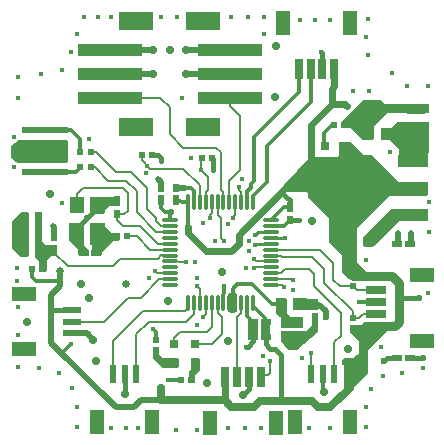
<source format=gtl>
G04 Layer: TopLayer*
G04 EasyEDA v6.5.40, 2024-02-08 20:30:12*
G04 8a8f0ff451d84adea016c743fcc8db9f,2e16165ee3bb4678bfb3015e44e098b9,10*
G04 Gerber Generator version 0.2*
G04 Scale: 100 percent, Rotated: No, Reflected: No *
G04 Dimensions in millimeters *
G04 leading zeros omitted , absolute positions ,4 integer and 5 decimal *
%FSLAX45Y45*%
%MOMM*%

%AMMACRO1*21,1,$1,$2,0,0,$3*%
%ADD10C,0.3500*%
%ADD11C,0.2000*%
%ADD12C,0.3000*%
%ADD13C,0.7000*%
%ADD14C,0.7500*%
%ADD15C,0.6000*%
%ADD16C,0.4000*%
%ADD17C,0.8000*%
%ADD18C,0.5000*%
%ADD19C,0.2500*%
%ADD20C,0.4500*%
%ADD21C,1.5000*%
%ADD22R,5.5000X1.0000*%
%ADD23R,3.0000X1.6000*%
%ADD24R,0.7000X1.8000*%
%ADD25R,1.2000X2.0000*%
%ADD26MACRO1,0.54X0.7901X90.0000*%
%ADD27MACRO1,0.54X0.7901X0.0000*%
%ADD28R,0.5400X0.7901*%
%ADD29R,0.8000X0.8640*%
%ADD30R,0.8000X0.8000*%
%ADD31MACRO1,0.54X0.5656X90.0000*%
%ADD32R,0.6000X0.9000*%
%ADD33R,0.9000X0.6000*%
%ADD34R,1.2000X1.4000*%
%ADD35R,0.8000X0.9000*%
%ADD36MACRO1,0.54X0.7901X-90.0000*%
%ADD37R,1.8000X0.7000*%
%ADD38R,2.0000X1.2000*%
%ADD39R,1.6000X0.6000*%
%ADD40R,0.6000X1.6000*%
%ADD41MACRO1,0.54X0.5656X0.0000*%
%ADD42R,0.5400X0.5657*%
%ADD43MACRO1,0.54X0.5656X-90.0000*%
%ADD44R,2.5000X1.1000*%
%ADD45MACRO1,3.6X2.34X-90.0000*%
%ADD46O,2.1999956000000003X0.7999984*%
%ADD47O,1.499997X0.27000199999999996*%
%ADD48O,0.27000199999999996X1.499997*%
%ADD49C,0.4500*%
%ADD50C,0.5500*%
%ADD51C,0.7000*%
%ADD52C,0.6500*%
%ADD53C,0.0128*%

%LPD*%
G36*
X3014116Y2514600D02*
G01*
X3010204Y2515362D01*
X3006902Y2517597D01*
X2909011Y2615488D01*
X2907284Y2616200D01*
X2829560Y2616200D01*
X2825648Y2616962D01*
X2822397Y2619197D01*
X2820162Y2622448D01*
X2819400Y2626360D01*
X2819400Y2662783D01*
X2820162Y2666695D01*
X2822397Y2669997D01*
X3006902Y2854502D01*
X3010204Y2856738D01*
X3014116Y2857500D01*
X3158083Y2857500D01*
X3161995Y2856738D01*
X3165297Y2854502D01*
X3199688Y2820111D01*
X3201416Y2819400D01*
X3558540Y2819400D01*
X3562451Y2818638D01*
X3565702Y2816402D01*
X3567937Y2813151D01*
X3568700Y2809240D01*
X3568700Y2753360D01*
X3567937Y2749448D01*
X3565702Y2746197D01*
X3562451Y2743962D01*
X3558540Y2743200D01*
X3214116Y2743200D01*
X3212388Y2742488D01*
X3099511Y2629611D01*
X3098800Y2627884D01*
X3098800Y2524760D01*
X3098038Y2520848D01*
X3095802Y2517597D01*
X3092551Y2515362D01*
X3088640Y2514600D01*
G37*

%LPD*%
G36*
X80416Y2324100D02*
G01*
X76504Y2324862D01*
X73202Y2327097D01*
X28905Y2371394D01*
X26670Y2374696D01*
X25908Y2378608D01*
X25908Y2458720D01*
X26466Y2461971D01*
X27990Y2464866D01*
X30429Y2467152D01*
X99060Y2512872D01*
X101752Y2514142D01*
X104698Y2514600D01*
X497840Y2514600D01*
X501751Y2513838D01*
X505002Y2511602D01*
X507238Y2508351D01*
X508000Y2504440D01*
X508000Y2334260D01*
X507238Y2330348D01*
X505002Y2327097D01*
X501751Y2324862D01*
X497840Y2324100D01*
G37*

%LPD*%
G36*
X3324860Y2286000D02*
G01*
X3320948Y2286762D01*
X3317697Y2288997D01*
X3315462Y2292248D01*
X3314700Y2296160D01*
X3314700Y2437384D01*
X3313988Y2439111D01*
X3239211Y2513888D01*
X3237484Y2514600D01*
X3172460Y2514600D01*
X3168548Y2515362D01*
X3165297Y2517597D01*
X3163062Y2520848D01*
X3162300Y2524760D01*
X3162300Y2606040D01*
X3163062Y2609951D01*
X3165297Y2613202D01*
X3168548Y2615438D01*
X3172460Y2616200D01*
X3250184Y2616200D01*
X3251911Y2616911D01*
X3299002Y2664002D01*
X3302304Y2666238D01*
X3306216Y2667000D01*
X3558540Y2667000D01*
X3562451Y2666238D01*
X3565702Y2664002D01*
X3567937Y2660751D01*
X3568700Y2656840D01*
X3568700Y2417216D01*
X3567937Y2413304D01*
X3565702Y2410002D01*
X3556711Y2401011D01*
X3556000Y2399284D01*
X3556000Y2296160D01*
X3555237Y2292248D01*
X3553002Y2288997D01*
X3549751Y2286762D01*
X3545840Y2286000D01*
G37*

%LPD*%
G36*
X708660Y1892300D02*
G01*
X704748Y1893062D01*
X701497Y1895297D01*
X699262Y1898548D01*
X698500Y1902460D01*
X698500Y2021839D01*
X699262Y2025751D01*
X701497Y2029002D01*
X704748Y2031238D01*
X708660Y2032000D01*
X942340Y2032000D01*
X946251Y2031238D01*
X949502Y2029002D01*
X951737Y2025751D01*
X952500Y2021839D01*
X952500Y1965960D01*
X951737Y1962048D01*
X949502Y1958797D01*
X946251Y1956562D01*
X942340Y1955800D01*
X864616Y1955800D01*
X862888Y1955088D01*
X826211Y1918411D01*
X825500Y1916684D01*
X825500Y1902460D01*
X824737Y1898548D01*
X822502Y1895297D01*
X819251Y1893062D01*
X815340Y1892300D01*
G37*

%LPD*%
G36*
X3020060Y1612900D02*
G01*
X3016148Y1613662D01*
X3012897Y1615897D01*
X3010662Y1619148D01*
X3009900Y1623060D01*
X3009900Y1684883D01*
X3010662Y1688795D01*
X3012897Y1692097D01*
X3248202Y1927402D01*
X3251504Y1929638D01*
X3255416Y1930400D01*
X3545840Y1930400D01*
X3549751Y1929638D01*
X3553002Y1927402D01*
X3555237Y1924151D01*
X3556000Y1920239D01*
X3556000Y1838960D01*
X3555237Y1835048D01*
X3553002Y1831797D01*
X3549751Y1829562D01*
X3545840Y1828800D01*
X3315715Y1828800D01*
X3313988Y1828088D01*
X3101797Y1615897D01*
X3098495Y1613662D01*
X3094583Y1612900D01*
G37*

%LPD*%
G36*
X721360Y1536700D02*
G01*
X717448Y1537462D01*
X714197Y1539697D01*
X711962Y1542948D01*
X711200Y1546860D01*
X711200Y1624584D01*
X710488Y1626311D01*
X701497Y1635302D01*
X699262Y1638604D01*
X698500Y1642516D01*
X698500Y1801774D01*
X699008Y1804924D01*
X700430Y1807768D01*
X702716Y1810004D01*
X708456Y1814169D01*
X711250Y1815592D01*
X714400Y1816100D01*
X815340Y1816100D01*
X819251Y1815338D01*
X822502Y1813102D01*
X824737Y1809851D01*
X825500Y1805939D01*
X825500Y1791716D01*
X826211Y1789988D01*
X888288Y1727911D01*
X890016Y1727200D01*
X942340Y1727200D01*
X946251Y1726438D01*
X949502Y1724202D01*
X951737Y1720951D01*
X952500Y1717039D01*
X952500Y1673860D01*
X951737Y1669948D01*
X949502Y1666697D01*
X946251Y1664462D01*
X942340Y1663700D01*
X902716Y1663700D01*
X900988Y1662988D01*
X800811Y1562811D01*
X800100Y1561084D01*
X800100Y1546860D01*
X799338Y1542948D01*
X797102Y1539697D01*
X793851Y1537462D01*
X789940Y1536700D01*
G37*

%LPD*%
G36*
X607060Y1536700D02*
G01*
X603148Y1537462D01*
X599897Y1539697D01*
X597662Y1542948D01*
X596900Y1546860D01*
X596900Y1586484D01*
X596188Y1588211D01*
X523697Y1660702D01*
X521462Y1664004D01*
X520700Y1667916D01*
X520700Y1805939D01*
X521462Y1809851D01*
X523697Y1813102D01*
X526948Y1815338D01*
X530860Y1816100D01*
X637540Y1816100D01*
X641451Y1815338D01*
X644702Y1813102D01*
X646938Y1809851D01*
X647700Y1805939D01*
X647700Y1626616D01*
X648411Y1624888D01*
X682294Y1591005D01*
X684530Y1587703D01*
X685292Y1583791D01*
X685292Y1546860D01*
X684530Y1542948D01*
X682294Y1539697D01*
X679043Y1537462D01*
X675132Y1536700D01*
G37*

%LPD*%
G36*
X118516Y1524000D02*
G01*
X114604Y1524762D01*
X111302Y1526997D01*
X41097Y1597202D01*
X38862Y1600504D01*
X38100Y1604416D01*
X38100Y1812340D01*
X38709Y1815846D01*
X40538Y1818944D01*
X111252Y1901443D01*
X114706Y1904085D01*
X118973Y1905000D01*
X167640Y1905000D01*
X171551Y1904238D01*
X174802Y1902002D01*
X177038Y1898751D01*
X177800Y1894839D01*
X177800Y1534160D01*
X177038Y1530248D01*
X174802Y1526997D01*
X171551Y1524762D01*
X167640Y1524000D01*
G37*

%LPD*%
G36*
X276860Y1397000D02*
G01*
X272948Y1397762D01*
X269697Y1399997D01*
X267462Y1403248D01*
X266700Y1407160D01*
X266700Y1484884D01*
X265988Y1486611D01*
X231597Y1521002D01*
X229362Y1524304D01*
X228600Y1528216D01*
X228600Y1894839D01*
X229362Y1898751D01*
X231597Y1902002D01*
X234848Y1904238D01*
X238760Y1905000D01*
X281940Y1905000D01*
X285851Y1904238D01*
X289102Y1902002D01*
X291338Y1898751D01*
X292100Y1894839D01*
X292100Y1652016D01*
X292506Y1650695D01*
X329387Y1626158D01*
X330708Y1625600D01*
X408940Y1625600D01*
X412851Y1624838D01*
X416102Y1622602D01*
X418338Y1619351D01*
X419100Y1615440D01*
X419100Y1546860D01*
X418338Y1542948D01*
X416102Y1539697D01*
X412851Y1537462D01*
X408940Y1536700D01*
X369316Y1536700D01*
X367588Y1535988D01*
X330911Y1499311D01*
X330200Y1497584D01*
X330200Y1407160D01*
X329438Y1403248D01*
X327202Y1399997D01*
X323951Y1397762D01*
X320040Y1397000D01*
G37*

%LPD*%
G36*
X2899816Y1333500D02*
G01*
X2895904Y1334262D01*
X2892602Y1336497D01*
X2835097Y1394002D01*
X2832862Y1397304D01*
X2832100Y1401216D01*
X2832100Y1535684D01*
X2831388Y1537411D01*
X2720797Y1648002D01*
X2718562Y1651304D01*
X2717800Y1655216D01*
X2717800Y1853184D01*
X2717088Y1854911D01*
X2542997Y2029002D01*
X2540762Y2032304D01*
X2540000Y2036216D01*
X2540000Y2120900D01*
X2347772Y2120900D01*
X2343912Y2121662D01*
X2340660Y2123795D01*
X2338425Y2127046D01*
X2337612Y2130907D01*
X2338273Y2134768D01*
X2340406Y2138070D01*
X2562402Y2371750D01*
X2565755Y2374087D01*
X2569768Y2374900D01*
X2782163Y2374900D01*
X2786075Y2374138D01*
X2789377Y2371902D01*
X2790037Y2370937D01*
X2805988Y2386888D01*
X2806700Y2388616D01*
X2806700Y2491740D01*
X2807462Y2495651D01*
X2809697Y2498902D01*
X2812948Y2501138D01*
X2816860Y2501900D01*
X2904083Y2501900D01*
X2907995Y2501138D01*
X2911297Y2498902D01*
X3021888Y2388311D01*
X3023616Y2387600D01*
X3081883Y2387600D01*
X3085795Y2386838D01*
X3089097Y2384602D01*
X3313988Y2159711D01*
X3315715Y2159000D01*
X3545840Y2159000D01*
X3549751Y2158238D01*
X3553002Y2156002D01*
X3555237Y2152751D01*
X3556000Y2148840D01*
X3556000Y2054860D01*
X3555237Y2050948D01*
X3553002Y2047697D01*
X3549751Y2045462D01*
X3545840Y2044700D01*
X3239516Y2044700D01*
X3237788Y2043988D01*
X2959811Y1766011D01*
X2959100Y1764284D01*
X2959100Y1486916D01*
X2959709Y1485239D01*
X3083204Y1350518D01*
X3085236Y1347216D01*
X3085846Y1343355D01*
X3084982Y1339545D01*
X3082798Y1336395D01*
X3079546Y1334262D01*
X3075686Y1333500D01*
G37*

%LPD*%
G36*
X2423160Y1079500D02*
G01*
X2419248Y1080262D01*
X2415997Y1082497D01*
X2413762Y1085748D01*
X2413000Y1089660D01*
X2413000Y1170940D01*
X2413762Y1174851D01*
X2415997Y1178102D01*
X2419248Y1180338D01*
X2423160Y1181100D01*
X2524912Y1181100D01*
X2529433Y1180033D01*
X2551633Y1168908D01*
X2553868Y1168400D01*
X2618740Y1168400D01*
X2622651Y1167638D01*
X2625902Y1165402D01*
X2628138Y1162151D01*
X2628900Y1158240D01*
X2628900Y1089660D01*
X2628138Y1085748D01*
X2625902Y1082497D01*
X2622651Y1080262D01*
X2618740Y1079500D01*
G37*

%LPD*%
G36*
X1883816Y1054100D02*
G01*
X1879904Y1054862D01*
X1876602Y1057097D01*
X1870252Y1063447D01*
X1867916Y1067206D01*
X1867357Y1071626D01*
X1867814Y1076096D01*
X1867814Y1125728D01*
X1869186Y1137513D01*
X1869439Y1204874D01*
X1870202Y1208735D01*
X1872437Y1212037D01*
X1876602Y1216202D01*
X1879904Y1218438D01*
X1883816Y1219200D01*
X1926183Y1219200D01*
X1930095Y1218438D01*
X1933397Y1216202D01*
X1936699Y1212900D01*
X1939086Y1209141D01*
X1939645Y1204722D01*
X1938985Y1198118D01*
X1938985Y1076096D01*
X1939747Y1068679D01*
X1939188Y1064260D01*
X1936800Y1060500D01*
X1933397Y1057097D01*
X1930095Y1054862D01*
X1926183Y1054100D01*
G37*

%LPD*%
G36*
X2321560Y927100D02*
G01*
X2317648Y927862D01*
X2314397Y930097D01*
X2312162Y933348D01*
X2311400Y937260D01*
X2311400Y1014984D01*
X2310688Y1016711D01*
X2276297Y1051102D01*
X2274062Y1054404D01*
X2273300Y1058316D01*
X2273300Y1170940D01*
X2274062Y1174851D01*
X2276297Y1178102D01*
X2279548Y1180338D01*
X2283460Y1181100D01*
X2352040Y1181100D01*
X2355951Y1180338D01*
X2359202Y1178102D01*
X2361438Y1174851D01*
X2362200Y1170940D01*
X2362200Y1055116D01*
X2362911Y1053388D01*
X2399588Y1016711D01*
X2401316Y1016000D01*
X2491740Y1016000D01*
X2495651Y1015237D01*
X2498902Y1013002D01*
X2501138Y1009751D01*
X2501900Y1005840D01*
X2501900Y937260D01*
X2501138Y933348D01*
X2498902Y930097D01*
X2495651Y927862D01*
X2491740Y927100D01*
G37*

%LPD*%
G36*
X2156460Y825500D02*
G01*
X2152548Y826262D01*
X2149297Y828497D01*
X2147062Y831748D01*
X2146300Y835660D01*
X2146300Y993140D01*
X2147062Y997051D01*
X2149297Y1000302D01*
X2152548Y1002537D01*
X2156460Y1003300D01*
X2212340Y1003300D01*
X2216251Y1002537D01*
X2219502Y1000302D01*
X2221738Y997051D01*
X2222500Y993140D01*
X2222500Y835660D01*
X2221738Y831748D01*
X2219502Y828497D01*
X2216251Y826262D01*
X2212340Y825500D01*
G37*

%LPD*%
G36*
X2042160Y825500D02*
G01*
X2038248Y826262D01*
X2034997Y828497D01*
X2032762Y831748D01*
X2032000Y835660D01*
X2032000Y993140D01*
X2032762Y997051D01*
X2034997Y1000302D01*
X2038248Y1002537D01*
X2042160Y1003300D01*
X2110232Y1003300D01*
X2114143Y1002537D01*
X2117394Y1000302D01*
X2119630Y997051D01*
X2120392Y993140D01*
X2120392Y835660D01*
X2119630Y831748D01*
X2117394Y828497D01*
X2114143Y826262D01*
X2110232Y825500D01*
G37*

%LPD*%
G36*
X2379675Y736600D02*
G01*
X2375357Y737565D01*
X2371852Y740257D01*
X2313736Y809955D01*
X2312009Y813003D01*
X2311400Y816457D01*
X2311400Y891032D01*
X2312162Y894943D01*
X2314397Y898194D01*
X2317648Y900430D01*
X2321560Y901192D01*
X2501341Y901192D01*
X2506421Y901700D01*
X2526284Y901700D01*
X2527808Y902106D01*
X2576982Y938987D01*
X2578100Y940816D01*
X2578100Y1043432D01*
X2578862Y1047343D01*
X2581097Y1050594D01*
X2584348Y1052830D01*
X2588260Y1053592D01*
X2618740Y1053592D01*
X2622651Y1052830D01*
X2625902Y1050594D01*
X2628138Y1047343D01*
X2628900Y1043432D01*
X2628900Y893673D01*
X2627985Y889406D01*
X2625344Y885952D01*
X2453944Y739038D01*
X2450846Y737209D01*
X2447340Y736600D01*
G37*

%LPD*%
G36*
X3035858Y729742D02*
G01*
X3031642Y731113D01*
X3028442Y734212D01*
X2984144Y800455D01*
X2898597Y886002D01*
X2896362Y889304D01*
X2895600Y893216D01*
X2895600Y942340D01*
X2896362Y946251D01*
X2898597Y949502D01*
X2901848Y951737D01*
X2905760Y952500D01*
X2996184Y952500D01*
X2997911Y953211D01*
X3019602Y974902D01*
X3022904Y977137D01*
X3026816Y977900D01*
X3202940Y977900D01*
X3206851Y977137D01*
X3210102Y974902D01*
X3212338Y971651D01*
X3213100Y967740D01*
X3213100Y905916D01*
X3212338Y902004D01*
X3210102Y898702D01*
X3044088Y732688D01*
X3040278Y730300D01*
G37*

%LPD*%
G36*
X1325016Y584200D02*
G01*
X1321104Y584962D01*
X1317802Y587197D01*
X1234897Y670102D01*
X1232662Y673404D01*
X1231900Y677316D01*
X1231900Y751840D01*
X1232662Y755751D01*
X1234897Y759002D01*
X1238148Y761238D01*
X1242060Y762000D01*
X1272540Y762000D01*
X1276451Y761238D01*
X1279702Y759002D01*
X1281938Y755751D01*
X1282700Y751840D01*
X1282700Y699516D01*
X1283411Y697788D01*
X1307388Y673811D01*
X1309116Y673100D01*
X1437640Y673100D01*
X1441551Y672338D01*
X1444802Y670102D01*
X1447038Y666851D01*
X1447800Y662940D01*
X1447800Y594360D01*
X1447038Y590448D01*
X1444802Y587197D01*
X1441551Y584962D01*
X1437640Y584200D01*
G37*

%LPD*%
G36*
X1546860Y457200D02*
G01*
X1542948Y457962D01*
X1539697Y460197D01*
X1537462Y463448D01*
X1536700Y467359D01*
X1536700Y554583D01*
X1537462Y558495D01*
X1539697Y561797D01*
X1548688Y570788D01*
X1549400Y572516D01*
X1549400Y662940D01*
X1550162Y666851D01*
X1552397Y670102D01*
X1555648Y672338D01*
X1559560Y673100D01*
X1615440Y673100D01*
X1619351Y672338D01*
X1622602Y670102D01*
X1624838Y666851D01*
X1625600Y662940D01*
X1625600Y563016D01*
X1624838Y559104D01*
X1622602Y555802D01*
X1588211Y521411D01*
X1587500Y519684D01*
X1587500Y467359D01*
X1586738Y463448D01*
X1584502Y460197D01*
X1581251Y457962D01*
X1577340Y457200D01*
G37*

%LPD*%
G36*
X2854960Y406400D02*
G01*
X2851048Y407162D01*
X2847797Y409397D01*
X2845562Y412648D01*
X2844800Y416559D01*
X2844800Y608584D01*
X2844088Y610311D01*
X2835097Y619302D01*
X2832862Y622604D01*
X2832100Y626516D01*
X2832100Y643483D01*
X2832862Y647395D01*
X2835097Y650697D01*
X2854502Y670102D01*
X2857804Y672338D01*
X2861716Y673100D01*
X2932684Y673100D01*
X2934411Y673811D01*
X2956102Y695502D01*
X2959404Y697738D01*
X2963316Y698500D01*
X3037840Y698500D01*
X3041751Y697738D01*
X3045002Y695502D01*
X3047238Y692251D01*
X3048000Y688340D01*
X3048000Y537616D01*
X3047238Y533704D01*
X3045002Y530402D01*
X2923997Y409397D01*
X2920695Y407162D01*
X2916783Y406400D01*
G37*

%LPD*%
D10*
X210820Y1422400D02*
G01*
X210820Y1351279D01*
X241300Y1320800D01*
X444500Y1320800D01*
D11*
X1878329Y1987042D02*
G01*
X1878329Y2170429D01*
X1968500Y2260600D01*
X1968500Y2717800D01*
X1879600Y2806700D01*
X1879600Y2873502D01*
D12*
X2028443Y1987042D02*
G01*
X2028443Y2079244D01*
X2057400Y2108200D01*
X2057400Y2146300D01*
X2082800Y2171700D01*
X2082800Y2540000D01*
X2466340Y2923286D01*
X2466340Y3119628D01*
D11*
X1978406Y1987042D02*
G01*
X1978406Y2072894D01*
X1955800Y2095500D01*
X1955800Y2120900D01*
X1678431Y1987042D02*
G01*
X1678431Y2072131D01*
X1694179Y2087879D01*
X1694179Y2204720D01*
X1638300Y2260600D01*
X1638300Y2260600D02*
G01*
X1638300Y2362200D01*
X1645920Y2362200D01*
D13*
X2870200Y635000D02*
G01*
X2895600Y609600D01*
X2895600Y419100D01*
X2730500Y254000D01*
X2628900Y254000D01*
X2578100Y304800D01*
X2133600Y304800D01*
X2082800Y254000D01*
X1892300Y254000D01*
X1841500Y317500D01*
X1295400Y317500D01*
X1295400Y419100D01*
D14*
X3009900Y850900D02*
G01*
X3009900Y698500D01*
X2946400Y635000D01*
X2870200Y635000D01*
D15*
X2603500Y2108200D02*
G01*
X2349500Y2108200D01*
X1955800Y1714500D01*
X1955800Y1638300D01*
X1892300Y1574800D01*
X1676400Y1574800D01*
X1524000Y1727200D01*
X1524000Y1778000D01*
D16*
X2387600Y1946910D02*
G01*
X2387600Y2006600D01*
X2311400Y2070100D01*
D11*
X1828292Y1987042D02*
G01*
X1828292Y2070607D01*
X1803400Y2095500D01*
X1803400Y2413000D01*
X1765300Y2451100D01*
X1485900Y2451100D01*
X1371600Y2565400D01*
X1371600Y2794000D01*
X1292097Y2873502D01*
X863600Y2873502D01*
D12*
X2566161Y3119628D02*
G01*
X2566161Y2832862D01*
X2197100Y2463800D01*
X2197100Y2159000D01*
X2078481Y2040381D01*
X2078481Y1987042D01*
D16*
X3479800Y1181100D02*
G01*
X3314700Y1181100D01*
D17*
X2921000Y1363979D02*
G01*
X3258820Y1363979D01*
X3314700Y1308100D01*
X3314700Y977900D01*
X3278886Y942086D01*
X3119627Y942086D01*
D15*
X1843786Y525271D02*
G01*
X1841500Y317500D01*
D16*
X1732384Y2362200D02*
G01*
X1739900Y2354684D01*
X1739900Y2260600D01*
D11*
X1628394Y1987042D02*
G01*
X1628394Y2130805D01*
X1485900Y2273300D01*
X1206500Y2273300D01*
X1135379Y2344420D01*
X1135379Y2387600D01*
D16*
X1295400Y2336800D02*
G01*
X1295400Y2362200D01*
X1270000Y2387600D01*
X1224279Y2387600D01*
D18*
X1295400Y2112010D02*
G01*
X1295400Y2159000D01*
X1270000Y2184400D01*
D11*
X1378457Y1787144D02*
G01*
X1298955Y1787144D01*
X1257300Y1828800D01*
X1257300Y1854200D01*
X1181100Y1930400D01*
X1181100Y2108200D01*
X1041400Y2247900D01*
X914400Y2247900D01*
X749300Y2413000D01*
X703579Y2413000D01*
D16*
X1993900Y355600D02*
G01*
X2043887Y405587D01*
X2043887Y525195D01*
D19*
X2228341Y1687068D02*
G01*
X2349500Y1689100D01*
D11*
X2228392Y1487093D02*
G01*
X2107006Y1487093D01*
X2082800Y1511300D01*
D19*
X2228392Y1637106D02*
G01*
X2107006Y1637106D01*
X2095500Y1625600D01*
X2095500Y1714500D02*
G01*
X2118106Y1737105D01*
X2228392Y1737105D01*
D16*
X368300Y1079500D02*
G01*
X369900Y1077899D01*
X542899Y1077899D01*
D15*
X2743200Y2819400D02*
G01*
X2743200Y2946400D01*
X2766313Y2974086D01*
X2766313Y3119628D01*
D16*
X2387600Y1837791D02*
G01*
X2391308Y1841500D01*
X2463800Y1841500D01*
D18*
X2692400Y1016000D02*
G01*
X2692400Y1066800D01*
X2637790Y1121410D01*
X2603500Y1121410D01*
D12*
X1878329Y1137157D02*
G01*
X1905000Y1163573D01*
X1905000Y1257300D01*
X1943100Y1295400D01*
X2070100Y1295400D01*
X2235200Y1130300D01*
X2317495Y1130300D01*
D19*
X2188209Y977900D02*
G01*
X2184400Y981710D01*
X2184400Y1003300D01*
X2078481Y1109218D01*
X2078481Y1137157D01*
D11*
X1587245Y791210D02*
G01*
X1731010Y791210D01*
X1816100Y876300D01*
X1816100Y1016000D01*
X1778507Y1053592D01*
X1778507Y1137157D01*
D18*
X1422400Y2111908D02*
G01*
X1494891Y2111908D01*
X1498600Y2108200D01*
D12*
X1528396Y1987090D02*
G01*
X1528396Y1782396D01*
X1524000Y1778000D01*
D11*
X2228341Y1387094D02*
G01*
X2314193Y1387094D01*
X2349500Y1422400D01*
X2552700Y1422400D01*
X2590800Y1384300D01*
X2590800Y1282700D01*
X2819400Y1054100D01*
X2819400Y853947D01*
X2767075Y801623D01*
X2767075Y542797D01*
D16*
X3187700Y647700D02*
G01*
X3213100Y673100D01*
X3298291Y673100D01*
X3505200Y673100D02*
G01*
X3407308Y673100D01*
X3407308Y673100D01*
D11*
X1728470Y1137157D02*
G01*
X1728470Y928370D01*
X1689100Y889000D01*
X1460500Y889000D01*
X1409445Y837945D01*
X1409445Y791210D01*
X542797Y977900D02*
G01*
X812800Y977900D01*
X1016000Y1181100D01*
X1130300Y1181100D01*
X1286255Y1337055D01*
X1378457Y1337055D01*
D12*
X2679700Y381000D02*
G01*
X2667000Y393700D01*
X2667000Y542899D01*
D18*
X1512879Y3073400D02*
G01*
X1879600Y3073400D01*
X1229850Y3073400D02*
G01*
X863600Y3073400D01*
X3302000Y1727200D02*
G01*
X3302000Y1638300D01*
X3310892Y1638300D01*
X3416300Y1727200D02*
G01*
X3416300Y1638300D01*
X3407308Y1638300D01*
D11*
X3119627Y1042162D02*
G01*
X3010661Y1042162D01*
X2976879Y1008379D01*
X2921000Y1008379D01*
X2921000Y1277518D02*
G01*
X2956331Y1242187D01*
X3119709Y1242187D01*
X2228390Y1587091D02*
G01*
X2642008Y1587091D01*
X2755900Y1473200D01*
X2755900Y1333500D01*
X2811881Y1277518D01*
X2921000Y1277518D01*
D16*
X673100Y1854200D02*
G01*
X760603Y1941703D01*
X760603Y1964207D01*
X585622Y1744192D02*
G01*
X585622Y1766722D01*
X673100Y1854200D01*
D11*
X585723Y1964181D02*
G01*
X585723Y2058923D01*
X635000Y2108200D01*
X977900Y2108200D01*
X1016000Y2070100D01*
X1016000Y1917700D01*
X986789Y1888489D01*
X927100Y1888489D01*
X1378407Y1587093D02*
G01*
X1206906Y1587093D01*
X1092200Y1701800D01*
X1008481Y1701800D01*
X1378457Y1637029D02*
G01*
X1271270Y1637029D01*
X1117600Y1790700D01*
X974852Y1790700D01*
X929386Y1836165D01*
X927100Y1888489D01*
D12*
X1378409Y1837103D02*
G01*
X1378409Y1899109D01*
X1384300Y1905000D01*
D11*
X1378457Y1737105D02*
G01*
X1260094Y1737105D01*
X1092200Y1905000D01*
X1092200Y2082800D01*
X1003300Y2171700D01*
X850900Y2171700D01*
X736600Y2286000D01*
X703579Y2286000D01*
D12*
X1828292Y1137157D02*
G01*
X1828800Y1282700D01*
X2228392Y1787093D02*
G01*
X2336901Y1787093D01*
X2387600Y1837791D01*
X2688640Y2463444D02*
G01*
X2679700Y2472385D01*
X2679700Y2578100D01*
X2743200Y2641600D01*
X2763418Y2641600D01*
D16*
X2019300Y762000D02*
G01*
X2032000Y762000D01*
X2079091Y809091D01*
X2079091Y850900D01*
D11*
X2228341Y1537207D02*
G01*
X2311400Y1536700D01*
X2324100Y1524000D01*
X2578100Y1524000D01*
X2679700Y1422400D01*
X2679700Y1308100D01*
X2921000Y1066800D01*
X2921000Y1008379D01*
X2228390Y1287096D02*
G01*
X2319703Y1287096D01*
X2336800Y1270000D01*
X2228390Y1337109D02*
G01*
X2409390Y1337109D01*
X2413000Y1333500D01*
X2228390Y1437109D02*
G01*
X2084809Y1437109D01*
X2082800Y1435100D01*
X2565400Y711200D02*
G01*
X2565400Y698649D01*
X2567000Y697049D01*
X2567000Y542899D01*
D16*
X990600Y530199D02*
G01*
X990600Y368300D01*
D11*
X1528394Y1137107D02*
G01*
X1528394Y1096594D01*
X1498600Y1066800D01*
X1143000Y1066800D01*
X890600Y814400D01*
X890600Y530199D01*
X1628394Y1137107D02*
G01*
X1628394Y1254505D01*
X1600200Y1282700D01*
X1678406Y1137107D02*
G01*
X1678406Y1043406D01*
X1651000Y1016000D01*
X1378407Y1387094D02*
G01*
X1267205Y1387094D01*
X1244600Y1409700D01*
X1378457Y1487170D02*
G01*
X1511300Y1485900D01*
D18*
X863600Y3273399D02*
G01*
X1228699Y3273399D01*
X1231900Y3276600D01*
X1511300Y3276600D02*
G01*
X1514500Y3273399D01*
X1879600Y3273399D01*
D11*
X2222500Y647700D02*
G01*
X2222500Y546100D01*
X2201672Y525271D01*
X2143759Y525271D01*
X1578355Y1137157D02*
G01*
X1578355Y1044955D01*
X1511300Y977900D01*
X1193800Y977900D01*
X1090676Y874776D01*
X1090676Y530097D01*
D12*
X1257300Y817981D02*
G01*
X1257300Y889000D01*
X1231900Y914400D01*
X1358900Y482600D02*
G01*
X1468018Y482600D01*
X2028393Y1137107D02*
G01*
X2028393Y1028598D01*
X2079091Y977900D01*
D11*
X1978406Y1137157D02*
G01*
X1978406Y1051305D01*
X1943861Y1016762D01*
X1943861Y525271D01*
X1378457Y1537207D02*
G01*
X1295907Y1537207D01*
X1270000Y1511300D01*
X952500Y1511300D01*
X889000Y1447800D01*
X508000Y1447800D01*
X393700Y1562100D01*
X393700Y1583689D01*
D20*
X2184400Y850900D02*
G01*
X2184400Y787400D01*
X2222500Y749300D01*
X2260600Y749300D01*
X2311400Y698500D01*
X2311400Y304800D01*
D10*
X533400Y787400D02*
G01*
X457454Y710945D01*
D18*
X1295400Y317500D02*
G01*
X1130300Y317500D01*
X1066800Y254000D01*
X914400Y254000D01*
X368300Y800100D01*
X368300Y1206500D01*
X444500Y1282700D01*
X444500Y1409700D01*
D10*
X2228341Y1837181D02*
G01*
X2338070Y1946910D01*
X2387600Y1946910D01*
X1384300Y1905000D02*
G01*
X1333500Y1905000D01*
X1295400Y1943100D01*
X1295400Y2002789D01*
X1528318Y1987042D02*
G01*
X1480057Y1987042D01*
X1464310Y2002789D01*
X1422400Y2002789D01*
D12*
X1578355Y1987042D02*
G01*
X1578355Y2079244D01*
X1549400Y2108200D01*
X1498600Y2108200D01*
D11*
X1778507Y1987042D02*
G01*
X1778507Y1879092D01*
X1803400Y1854200D01*
X1803400Y1689100D01*
X1828800Y1663700D01*
X1928368Y1987042D02*
G01*
X1928368Y1877821D01*
X1905000Y1854200D01*
D20*
X2666238Y3119120D02*
G01*
X2666238Y3251962D01*
X2654300Y3263900D01*
D11*
X1728470Y1987042D02*
G01*
X1728470Y1893570D01*
X1714500Y1879600D01*
X1714500Y1854200D01*
D21*
X2603500Y2108200D02*
G01*
X2839974Y2108200D01*
D15*
X2603500Y2108200D02*
G01*
X2565400Y2146300D01*
X2565400Y2641600D01*
X2743200Y2819400D01*
X2857500Y2819400D01*
X2870200Y2806700D01*
D12*
X2971800Y1143000D02*
G01*
X3119627Y1142237D01*
D18*
X723900Y825500D02*
G01*
X671573Y877826D01*
X542800Y877826D01*
D12*
X617118Y2413000D02*
G01*
X617118Y2519781D01*
X539394Y2597505D01*
X467487Y2597505D01*
X617118Y2286000D02*
G01*
X617118Y2280818D01*
X577494Y2241194D01*
X467512Y2241194D01*
D18*
X167512Y2241194D02*
G01*
X467512Y2241194D01*
X167487Y2597505D02*
G01*
X467487Y2597505D01*
X393700Y1692808D02*
G01*
X393700Y1778000D01*
X381000Y1790700D01*
D22*
G01*
X863600Y3073400D03*
G01*
X863600Y3273399D03*
G01*
X863600Y2873400D03*
D23*
G01*
X1088593Y3523386D03*
G01*
X1088593Y2623388D03*
D22*
G01*
X1879600Y3073400D03*
G01*
X1879600Y2873400D03*
G01*
X1879600Y3273399D03*
D23*
G01*
X1654606Y2623388D03*
G01*
X1654606Y3523386D03*
D24*
G01*
X2766212Y3119704D03*
G01*
X2666212Y3119704D03*
G01*
X2566212Y3119704D03*
D25*
G01*
X2336190Y3509695D03*
G01*
X2896209Y3509695D03*
D24*
G01*
X2466213Y3119704D03*
D26*
G01*
X3407305Y1638300D03*
G01*
X3298294Y1638300D03*
G01*
X3407305Y673100D03*
G01*
X3298294Y673100D03*
G01*
X2188105Y850900D03*
G01*
X2079094Y850900D03*
D27*
G01*
X2387600Y1946805D03*
D28*
G01*
X2387600Y1837791D03*
D27*
G01*
X1422400Y2002894D03*
D28*
G01*
X1422400Y2111908D03*
D27*
G01*
X1295400Y2002894D03*
D28*
G01*
X1295400Y2111908D03*
D26*
G01*
X2188105Y977900D03*
G01*
X2079094Y977900D03*
D29*
G01*
X2317597Y1130300D03*
G01*
X2457602Y1130300D03*
D30*
G01*
X1410055Y631240D03*
G01*
X1409344Y791133D03*
G01*
X1587855Y631240D03*
G01*
X1587144Y791133D03*
G01*
X2688640Y2463444D03*
G01*
X2848533Y2464155D03*
D31*
G01*
X297282Y1422400D03*
G01*
X210717Y1422400D03*
D32*
G01*
X260705Y1864487D03*
G01*
X145694Y1864487D03*
G01*
X145694Y1564487D03*
G01*
X260705Y1564487D03*
D33*
G01*
X167512Y2597505D03*
G01*
X167512Y2482494D03*
G01*
X467512Y2482494D03*
G01*
X467512Y2597505D03*
G01*
X467512Y2241194D03*
G01*
X467512Y2356205D03*
G01*
X167512Y2356205D03*
G01*
X167512Y2241194D03*
D34*
G01*
X585622Y1964207D03*
G01*
X585622Y1744192D03*
G01*
X760628Y1744192D03*
G01*
X760603Y1964207D03*
D35*
G01*
X2914497Y1651000D03*
G01*
X3054502Y1651000D03*
G01*
X3194202Y2565400D03*
G01*
X3054197Y2565400D03*
D27*
G01*
X927100Y1997605D03*
D28*
G01*
X927100Y1888591D03*
D36*
G01*
X643994Y1562100D03*
G01*
X753005Y1562100D03*
D27*
G01*
X393700Y1583794D03*
D28*
G01*
X393700Y1692808D03*
D27*
G01*
X2476500Y968905D03*
D28*
G01*
X2476500Y859891D03*
D27*
G01*
X2336800Y968905D03*
D28*
G01*
X2336800Y859891D03*
D27*
G01*
X2603500Y1121305D03*
D28*
G01*
X2603500Y1012291D03*
D37*
G01*
X3119704Y942187D03*
G01*
X3119704Y1042187D03*
G01*
X3119704Y1142187D03*
D38*
G01*
X3509695Y1372209D03*
G01*
X3509695Y812190D03*
D37*
G01*
X3119704Y1242187D03*
D38*
G01*
X142900Y1207896D03*
G01*
X142900Y747903D03*
D39*
G01*
X542899Y877900D03*
G01*
X542899Y977900D03*
G01*
X542899Y1077899D03*
D25*
G01*
X760603Y130200D03*
G01*
X1220596Y130200D03*
D40*
G01*
X1090599Y530199D03*
G01*
X990600Y530199D03*
G01*
X890600Y530199D03*
D25*
G01*
X2437002Y130200D03*
G01*
X2896997Y130200D03*
D40*
G01*
X2766999Y530199D03*
G01*
X2667000Y530199D03*
G01*
X2567000Y530199D03*
D24*
G01*
X1843887Y512495D03*
G01*
X1943887Y512495D03*
G01*
X2043887Y512495D03*
D25*
G01*
X2273909Y122504D03*
G01*
X1713890Y122504D03*
D24*
G01*
X2143886Y512495D03*
D41*
G01*
X2921000Y921917D03*
D42*
G01*
X2921000Y1008481D03*
D41*
G01*
X2921000Y1364082D03*
D42*
G01*
X2921000Y1277518D03*
D31*
G01*
X1224382Y2387600D03*
G01*
X1137817Y2387600D03*
G01*
X1732382Y2362200D03*
G01*
X1645817Y2362200D03*
G01*
X2849982Y2641600D03*
G01*
X2763417Y2641600D03*
D43*
G01*
X921917Y1701800D03*
G01*
X1008482Y1701800D03*
D44*
G01*
X3433902Y1878203D03*
G01*
X3433902Y2108200D03*
G01*
X3433902Y2338196D03*
D45*
G01*
X2839897Y2108200D03*
D31*
G01*
X703682Y2413000D03*
G01*
X617117Y2413000D03*
G01*
X703682Y2286000D03*
G01*
X617117Y2286000D03*
D41*
G01*
X1257300Y817982D03*
D42*
G01*
X1257300Y731418D03*
D43*
G01*
X1468017Y482600D03*
G01*
X1554582Y482600D03*
D46*
G01*
X3454400Y2628900D03*
G01*
X3454400Y2778912D03*
D47*
G01*
X1378407Y1837105D03*
G01*
X1378407Y1787093D03*
G01*
X1378407Y1737105D03*
G01*
X1378407Y1687093D03*
G01*
X1378407Y1637106D03*
G01*
X1378407Y1587093D03*
G01*
X1378407Y1537106D03*
G01*
X1378407Y1487093D03*
G01*
X1378407Y1437106D03*
G01*
X1378407Y1387094D03*
G01*
X1378407Y1337106D03*
G01*
X1378407Y1287094D03*
D48*
G01*
X1528394Y1137107D03*
G01*
X1578406Y1137107D03*
G01*
X1628394Y1137107D03*
G01*
X1678406Y1137107D03*
G01*
X1728393Y1137107D03*
G01*
X1778406Y1137107D03*
G01*
X1828393Y1137107D03*
G01*
X1878406Y1137107D03*
G01*
X1928393Y1137107D03*
G01*
X1978406Y1137107D03*
G01*
X2028393Y1137107D03*
G01*
X2078405Y1137107D03*
D47*
G01*
X2228392Y1287094D03*
G01*
X2228392Y1337106D03*
G01*
X2228392Y1387094D03*
G01*
X2228392Y1437106D03*
G01*
X2228392Y1487093D03*
G01*
X2228392Y1537106D03*
G01*
X2228392Y1587093D03*
G01*
X2228392Y1637106D03*
G01*
X2228392Y1687093D03*
G01*
X2228392Y1737105D03*
G01*
X2228392Y1787093D03*
G01*
X2228392Y1837105D03*
D48*
G01*
X2078405Y1987092D03*
G01*
X2028393Y1987092D03*
G01*
X1978406Y1987092D03*
G01*
X1928393Y1987092D03*
G01*
X1878406Y1987092D03*
G01*
X1828393Y1987092D03*
G01*
X1778406Y1987092D03*
G01*
X1728393Y1987092D03*
G01*
X1678406Y1987092D03*
G01*
X1628394Y1987092D03*
G01*
X1578406Y1987092D03*
G01*
X1528394Y1987092D03*
D49*
G01*
X1498600Y2108200D03*
D50*
G01*
X673100Y1854200D03*
D51*
G01*
X723900Y825500D03*
G01*
X685800Y1181100D03*
D50*
G01*
X1384300Y1905000D03*
D49*
G01*
X1828800Y1282700D03*
G01*
X2413000Y774700D03*
G01*
X2463800Y1841500D03*
D51*
G01*
X3035300Y2806700D03*
G01*
X3136900Y2806700D03*
D49*
G01*
X1714500Y1854200D03*
G01*
X1955800Y2120900D03*
G01*
X1905000Y1854200D03*
G01*
X1651000Y1816100D03*
G01*
X1866900Y1803400D03*
D51*
G01*
X3213100Y1828800D03*
D49*
G01*
X2971800Y1143000D03*
D51*
G01*
X3492500Y2489200D03*
G01*
X3365500Y2489200D03*
D49*
G01*
X3302000Y1727200D03*
G01*
X3416300Y1727200D03*
G01*
X2095500Y1625600D03*
G01*
X2095500Y1714500D03*
G01*
X2349500Y1689100D03*
G01*
X2044700Y1663700D03*
D50*
G01*
X3517900Y673100D03*
D49*
G01*
X2019300Y762000D03*
G01*
X2082800Y1511300D03*
G01*
X2082800Y1435100D03*
G01*
X2413000Y1333500D03*
G01*
X2336800Y1270000D03*
G01*
X2565400Y711200D03*
G01*
X2222500Y647700D03*
D51*
G01*
X990600Y368300D03*
D49*
G01*
X1295400Y419100D03*
G01*
X1600200Y1282700D03*
G01*
X1651000Y1016000D03*
G01*
X533400Y787400D03*
G01*
X368300Y1079500D03*
G01*
X1244600Y1409700D03*
G01*
X1511300Y1485900D03*
G01*
X1181100Y2298700D03*
G01*
X1638300Y2260600D03*
G01*
X685800Y2527300D03*
G01*
X1828800Y1663700D03*
G01*
X2654300Y3263900D03*
D51*
G01*
X1993900Y355600D03*
G01*
X2679700Y381000D03*
D52*
G01*
X2870200Y635000D03*
D49*
G01*
X2489200Y673100D03*
D51*
G01*
X1231900Y3276600D03*
G01*
X1511300Y3276600D03*
G01*
X2882900Y749300D03*
D15*
G01*
X2692400Y1016000D03*
G01*
X2870200Y2806700D03*
D49*
G01*
X3238500Y2413000D03*
G01*
X457200Y1981200D03*
D52*
G01*
X1003300Y1295400D03*
D49*
G01*
X3568700Y1739900D03*
G01*
X3568700Y1993900D03*
G01*
X3556000Y2971800D03*
G01*
X3378200Y2971800D03*
G01*
X3251200Y3086100D03*
G01*
X3048000Y3238500D03*
G01*
X3048000Y3543300D03*
G01*
X2730500Y3530600D03*
G01*
X2171700Y3556000D03*
G01*
X1892300Y3556000D03*
G01*
X1295400Y3556000D03*
G01*
X876300Y3556000D03*
G01*
X647700Y3556000D03*
G01*
X584200Y3416300D03*
G01*
X279400Y3073400D03*
G01*
X88900Y3048000D03*
G01*
X88900Y2870200D03*
G01*
X76200Y1790700D03*
G01*
X76200Y1435100D03*
G01*
X88900Y1104900D03*
G01*
X88900Y596900D03*
G01*
X266700Y584200D03*
G01*
X431800Y546100D03*
G01*
X584200Y88900D03*
G01*
X876300Y76200D03*
G01*
X1422400Y63500D03*
G01*
X1866900Y76200D03*
G01*
X2552700Y76200D03*
G01*
X2730500Y76200D03*
G01*
X2146300Y76200D03*
G01*
X3035300Y88900D03*
G01*
X3073400Y406400D03*
G01*
X3175000Y520700D03*
G01*
X3340100Y546100D03*
G01*
X3517900Y584200D03*
G01*
X3556000Y1219200D03*
G01*
X1600200Y1346200D03*
G01*
X2019300Y1435100D03*
G01*
X2044700Y1574800D03*
G01*
X1587500Y1485900D03*
G01*
X1981200Y2184400D03*
G01*
X1549400Y2362200D03*
G01*
X1168400Y2235200D03*
G01*
X1752600Y1663700D03*
G01*
X2413000Y1244600D03*
G01*
X2159000Y685800D03*
G01*
X1600200Y952500D03*
G01*
X88900Y863600D03*
G01*
X1104900Y76200D03*
G01*
X76200Y1663700D03*
G01*
X76200Y1320800D03*
G01*
X1193800Y1346200D03*
G01*
X1231900Y914400D03*
G01*
X1358900Y482600D03*
G01*
X1600200Y63500D03*
G01*
X2921000Y2933700D03*
G01*
X3060700Y2933700D03*
G01*
X2171700Y3416300D03*
G01*
X1473200Y2870200D03*
D15*
G01*
X3187700Y647700D03*
D50*
G01*
X3479800Y1181100D03*
G01*
X1524000Y1778000D03*
D49*
G01*
X1270000Y2184400D03*
D51*
G01*
X1229842Y3073400D03*
G01*
X1512874Y3073400D03*
D49*
G01*
X1295400Y2336800D03*
G01*
X1739900Y2260600D03*
D52*
G01*
X444500Y1409700D03*
D49*
G01*
X2476500Y3530600D03*
G01*
X2603500Y3530600D03*
G01*
X2006600Y76200D03*
D51*
G01*
X749300Y647700D03*
G01*
X1358900Y1155700D03*
G01*
X1816100Y1397000D03*
G01*
X1866900Y812800D03*
G01*
X165100Y977900D03*
G01*
X355600Y2057400D03*
D49*
G01*
X457200Y3111500D03*
D51*
G01*
X2260600Y2882900D03*
G01*
X2578100Y1828800D03*
G01*
X622300Y1295400D03*
D49*
G01*
X3035300Y254000D03*
G01*
X3035300Y3390900D03*
G01*
X2032000Y3556000D03*
G01*
X1435100Y3556000D03*
G01*
X762000Y3556000D03*
G01*
X533400Y3263900D03*
D51*
G01*
X1689100Y457200D03*
D49*
G01*
X546100Y419100D03*
G01*
X584200Y254000D03*
G01*
X1003300Y76200D03*
G01*
X3162300Y762000D03*
G01*
X3035300Y1498600D03*
D51*
G01*
X2273300Y3314700D03*
G01*
X317500Y2413000D03*
G01*
X63500Y2413000D03*
D49*
G01*
X50800Y2286000D03*
G01*
X50800Y2540000D03*
G01*
X381000Y1790700D03*
D51*
G01*
X1371600Y3276600D03*
M02*

</source>
